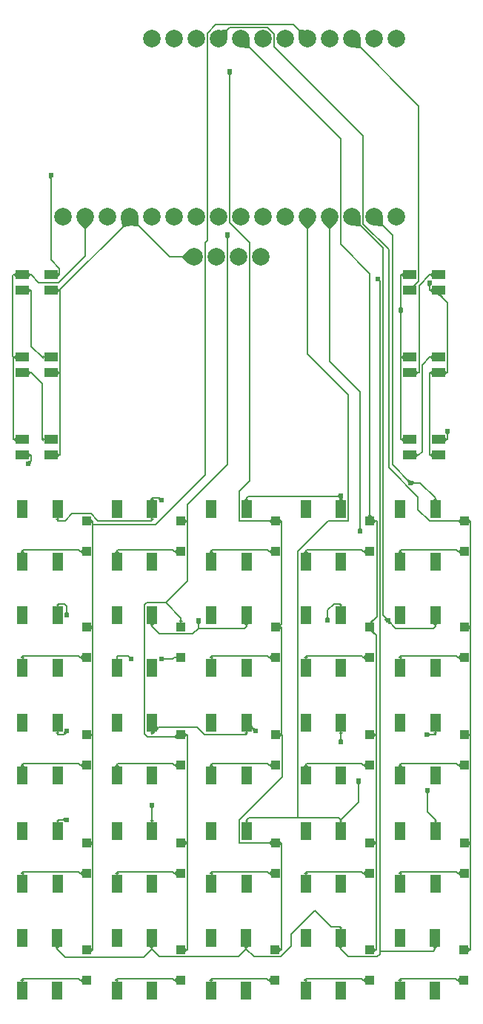
<source format=gtl>
G04 Layer: TopLayer*
G04 EasyEDA v6.5.22, 2022-12-01 20:45:53*
G04 b50117659dfb47be9d47098780dced8c,a2731e2ff01b41edbee4f831c5fec297,10*
G04 Gerber Generator version 0.2*
G04 Scale: 100 percent, Rotated: No, Reflected: No *
G04 Dimensions in millimeters *
G04 leading zeros omitted , absolute positions ,4 integer and 5 decimal *
%FSLAX45Y45*%
%MOMM*%

%ADD10C,0.1778*%
%ADD11R,1.0000X1.1000*%
%ADD12R,1.5450X0.9970*%
%ADD13R,1.2000X2.1000*%
%ADD14C,2.0000*%
%ADD15C,0.6096*%
%ADD16C,0.0142*%

%LPD*%
G36*
X5384596Y1195324D02*
G01*
X5397957Y1171143D01*
X5415737Y1171143D01*
X5429046Y1195324D01*
G37*
G36*
X4997958Y829462D02*
G01*
X4984597Y805281D01*
X5029047Y805281D01*
X5015738Y829462D01*
G37*
G36*
X4305096Y1195324D02*
G01*
X4318457Y1171143D01*
X4336237Y1171143D01*
X4349546Y1195324D01*
G37*
G36*
X4318457Y1429461D02*
G01*
X4305096Y1405280D01*
X4349546Y1405280D01*
X4336237Y1429461D01*
G37*
G36*
X3918458Y829462D02*
G01*
X3905097Y805281D01*
X3949547Y805281D01*
X3936237Y829462D01*
G37*
G36*
X3225596Y1195324D02*
G01*
X3238957Y1171143D01*
X3256737Y1171143D01*
X3270046Y1195324D01*
G37*
G36*
X2838958Y829462D02*
G01*
X2825597Y805281D01*
X2870047Y805281D01*
X2856738Y829462D01*
G37*
G36*
X2146096Y1195324D02*
G01*
X2159457Y1171143D01*
X2177237Y1171143D01*
X2190546Y1195324D01*
G37*
G36*
X1759407Y829462D02*
G01*
X1746097Y805281D01*
X1790547Y805281D01*
X1777187Y829462D01*
G37*
G36*
X1066596Y1195324D02*
G01*
X1079906Y1171143D01*
X1097686Y1171143D01*
X1111046Y1195324D01*
G37*
G36*
X679907Y829462D02*
G01*
X666597Y805281D01*
X711047Y805281D01*
X697687Y829462D01*
G37*
G36*
X5401919Y2649118D02*
G01*
X5388559Y2624937D01*
X5433009Y2624937D01*
X5419699Y2649118D01*
G37*
G36*
X5001920Y2049119D02*
G01*
X4988560Y2024938D01*
X5033010Y2024938D01*
X5019700Y2049119D01*
G37*
G36*
X4322419Y2649118D02*
G01*
X4309059Y2624937D01*
X4353509Y2624937D01*
X4340199Y2649118D01*
G37*
G36*
X3922420Y2049119D02*
G01*
X3909060Y2024938D01*
X3953510Y2024938D01*
X3940200Y2049119D01*
G37*
G36*
X3242919Y2649118D02*
G01*
X3229559Y2624937D01*
X3274009Y2624937D01*
X3260699Y2649118D01*
G37*
G36*
X2842920Y2049119D02*
G01*
X2829560Y2024938D01*
X2874010Y2024938D01*
X2860700Y2049119D01*
G37*
G36*
X2163419Y2651607D02*
G01*
X2150059Y2624937D01*
X2194509Y2624937D01*
X2181199Y2651607D01*
G37*
G36*
X1763420Y2049119D02*
G01*
X1750060Y2024938D01*
X1794510Y2024938D01*
X1781200Y2049119D01*
G37*
G36*
X1083919Y2649118D02*
G01*
X1070559Y2624937D01*
X1115009Y2624937D01*
X1101699Y2649118D01*
G37*
G36*
X683920Y2049119D02*
G01*
X670560Y2024938D01*
X715010Y2024938D01*
X701700Y2049119D01*
G37*
G36*
X5388559Y3646881D02*
G01*
X5401919Y3622700D01*
X5419699Y3622700D01*
X5433009Y3646881D01*
G37*
G36*
X5001920Y3281019D02*
G01*
X4988560Y3256838D01*
X5033010Y3256838D01*
X5019700Y3281019D01*
G37*
G36*
X4309059Y3646881D02*
G01*
X4322419Y3620211D01*
X4340199Y3620211D01*
X4353509Y3646881D01*
G37*
G36*
X3922420Y3281019D02*
G01*
X3909060Y3256838D01*
X3953510Y3256838D01*
X3940200Y3281019D01*
G37*
G36*
X3311804Y3726434D02*
G01*
X3311804Y3681984D01*
X3338474Y3664965D01*
X3338474Y3690112D01*
G37*
G36*
X3229559Y3646881D02*
G01*
X3242919Y3630929D01*
X3260699Y3630929D01*
X3274009Y3646881D01*
G37*
G36*
X2842920Y3281019D02*
G01*
X2829560Y3256838D01*
X2874010Y3256838D01*
X2860700Y3281019D01*
G37*
G36*
X2166010Y3646881D02*
G01*
X2166010Y3637229D01*
X2184857Y3630929D01*
X2210460Y3646881D01*
G37*
G36*
X2232304Y3713175D02*
G01*
X2232304Y3668725D01*
X2244801Y3690874D01*
X2238552Y3709720D01*
G37*
G36*
X2150059Y3646881D02*
G01*
X2163419Y3630929D01*
X2181199Y3630929D01*
X2194509Y3646881D01*
G37*
G36*
X1763420Y3281019D02*
G01*
X1750060Y3256838D01*
X1794510Y3256838D01*
X1781200Y3281019D01*
G37*
G36*
X1070559Y3646881D02*
G01*
X1083919Y3622700D01*
X1101699Y3622700D01*
X1115009Y3646881D01*
G37*
G36*
X683920Y3281019D02*
G01*
X670560Y3256838D01*
X715010Y3256838D01*
X701700Y3281019D01*
G37*
G36*
X5401919Y6319418D02*
G01*
X5388559Y6295237D01*
X5433009Y6295237D01*
X5419699Y6319418D01*
G37*
G36*
X5001920Y5719419D02*
G01*
X4988560Y5695238D01*
X5033010Y5695238D01*
X5019700Y5719419D01*
G37*
G36*
X4322419Y6319418D02*
G01*
X4309059Y6295237D01*
X4353509Y6295237D01*
X4340199Y6319418D01*
G37*
G36*
X3922420Y5719419D02*
G01*
X3909060Y5695238D01*
X3953510Y5695238D01*
X3940200Y5719419D01*
G37*
G36*
X3242919Y6319418D02*
G01*
X3229559Y6295237D01*
X3274009Y6295237D01*
X3260699Y6319418D01*
G37*
G36*
X2842920Y5719419D02*
G01*
X2829560Y5695238D01*
X2874010Y5695238D01*
X2860700Y5719419D01*
G37*
G36*
X2163419Y6319418D02*
G01*
X2150059Y6295237D01*
X2194509Y6295237D01*
X2181199Y6319418D01*
G37*
G36*
X2150059Y6085281D02*
G01*
X2163419Y6069330D01*
X2181199Y6069330D01*
X2194509Y6085281D01*
G37*
G36*
X1763420Y5719419D02*
G01*
X1750060Y5695238D01*
X1794510Y5695238D01*
X1781200Y5719419D01*
G37*
G36*
X1070559Y6085281D02*
G01*
X1083919Y6061100D01*
X1101699Y6061100D01*
X1115009Y6085281D01*
G37*
G36*
X683920Y5719419D02*
G01*
X670560Y5695238D01*
X715010Y5695238D01*
X701700Y5719419D01*
G37*
G36*
X1083919Y5112918D02*
G01*
X1070559Y5088737D01*
X1115009Y5088737D01*
X1101699Y5112918D01*
G37*
G36*
X683920Y4512919D02*
G01*
X670560Y4488738D01*
X715010Y4488738D01*
X701700Y4512919D01*
G37*
G36*
X2150059Y4878781D02*
G01*
X2163419Y4854600D01*
X2181199Y4854600D01*
X2194509Y4878781D01*
G37*
G36*
X3229559Y4878781D02*
G01*
X3242919Y4854600D01*
X3260699Y4854600D01*
X3274009Y4878781D01*
G37*
G36*
X2842920Y4512919D02*
G01*
X2829560Y4488738D01*
X2874010Y4488738D01*
X2860700Y4512919D01*
G37*
G36*
X4322419Y5112918D02*
G01*
X4309059Y5088737D01*
X4353509Y5088737D01*
X4340199Y5112918D01*
G37*
G36*
X3922420Y4512919D02*
G01*
X3909060Y4488738D01*
X3953510Y4488738D01*
X3940200Y4512919D01*
G37*
G36*
X5388559Y4878781D02*
G01*
X5401919Y4854600D01*
X5419699Y4854600D01*
X5433009Y4878781D01*
G37*
G36*
X5001920Y4512919D02*
G01*
X4988560Y4488738D01*
X5033010Y4488738D01*
X5019700Y4512919D01*
G37*
G36*
X1091895Y8886901D02*
G01*
X1091895Y8842451D01*
X1116025Y8855811D01*
X1116025Y8873591D01*
G37*
G36*
X1091895Y8708948D02*
G01*
X1091895Y8664498D01*
X1116025Y8677808D01*
X1116025Y8695588D01*
G37*
G36*
X764387Y8708948D02*
G01*
X764387Y8664498D01*
X788517Y8677808D01*
X788517Y8695588D01*
G37*
G36*
X609904Y8886901D02*
G01*
X585774Y8873591D01*
X585774Y8855811D01*
X609904Y8842451D01*
G37*
G36*
X764387Y8886901D02*
G01*
X764387Y8842451D01*
X788517Y8855811D01*
X788517Y8873591D01*
G37*
G36*
X5369712Y8886901D02*
G01*
X5345582Y8873591D01*
X5345582Y8855811D01*
X5369712Y8842451D01*
G37*
G36*
X5432094Y8636863D02*
G01*
X5468416Y8610193D01*
X5493562Y8610193D01*
X5476544Y8636863D01*
G37*
G36*
X5369712Y8708948D02*
G01*
X5345582Y8695588D01*
X5345582Y8677808D01*
X5369712Y8664498D01*
G37*
G36*
X5042204Y8886901D02*
G01*
X5018074Y8873591D01*
X5018074Y8855811D01*
X5042204Y8842451D01*
G37*
G36*
X5369712Y7947101D02*
G01*
X5345582Y7933791D01*
X5345582Y7916011D01*
X5369712Y7902651D01*
G37*
G36*
X5524195Y7769148D02*
G01*
X5524195Y7724698D01*
X5548325Y7738008D01*
X5548325Y7755788D01*
G37*
G36*
X5369712Y7769148D02*
G01*
X5345582Y7755788D01*
X5345582Y7738008D01*
X5369712Y7724698D01*
G37*
G36*
X5196687Y7769148D02*
G01*
X5196687Y7724698D01*
X5220817Y7738008D01*
X5220817Y7755788D01*
G37*
G36*
X5042204Y7947101D02*
G01*
X5018074Y7933791D01*
X5018074Y7916011D01*
X5042204Y7902651D01*
G37*
G36*
X5524195Y7007301D02*
G01*
X5524195Y6962851D01*
X5548325Y6976211D01*
X5548325Y6993991D01*
G37*
G36*
X5369712Y6829348D02*
G01*
X5345582Y6815988D01*
X5345582Y6798208D01*
X5369712Y6784898D01*
G37*
G36*
X5196687Y6829348D02*
G01*
X5196687Y6784898D01*
X5220817Y6798208D01*
X5220817Y6815988D01*
G37*
G36*
X5042204Y7007301D02*
G01*
X5018074Y6993991D01*
X5018074Y6976211D01*
X5042204Y6962851D01*
G37*
G36*
X937412Y7007301D02*
G01*
X913282Y6993991D01*
X913282Y6976211D01*
X937412Y6962851D01*
G37*
G36*
X1091895Y6829348D02*
G01*
X1091895Y6784898D01*
X1116025Y6798208D01*
X1116025Y6815988D01*
G37*
G36*
X764387Y6829348D02*
G01*
X764387Y6784898D01*
X788517Y6798208D01*
X788517Y6815988D01*
G37*
G36*
X609904Y7007301D02*
G01*
X585774Y6993991D01*
X585774Y6976211D01*
X609904Y6962851D01*
G37*
G36*
X937412Y7947101D02*
G01*
X913282Y7933791D01*
X913282Y7916011D01*
X937412Y7902651D01*
G37*
G36*
X1091895Y7769148D02*
G01*
X1091895Y7724698D01*
X1116025Y7738008D01*
X1116025Y7755788D01*
G37*
G36*
X764387Y7769148D02*
G01*
X764387Y7724698D01*
X788517Y7738008D01*
X788517Y7755788D01*
G37*
G36*
X609904Y7947101D02*
G01*
X585774Y7933791D01*
X585774Y7916011D01*
X609904Y7902651D01*
G37*
G36*
X1472387Y6075832D02*
G01*
X1472387Y6031382D01*
X1496568Y6044692D01*
X1496568Y6062472D01*
G37*
G36*
X1372412Y5728817D02*
G01*
X1348282Y5715457D01*
X1348282Y5697677D01*
X1372412Y5684367D01*
G37*
G36*
X4710887Y3637432D02*
G01*
X4710887Y3592982D01*
X4735068Y3606292D01*
X4735068Y3624072D01*
G37*
G36*
X4610912Y3290417D02*
G01*
X4586782Y3277057D01*
X4586782Y3259277D01*
X4610912Y3245967D01*
G37*
G36*
X3631387Y3637432D02*
G01*
X3631387Y3592982D01*
X3655568Y3606292D01*
X3655568Y3624072D01*
G37*
G36*
X3531412Y3290417D02*
G01*
X3507282Y3277057D01*
X3507282Y3259277D01*
X3531412Y3245967D01*
G37*
G36*
X2451912Y3618687D02*
G01*
X2425242Y3605377D01*
X2425242Y3587597D01*
X2451912Y3574237D01*
G37*
G36*
X2551887Y3637432D02*
G01*
X2551887Y3592982D01*
X2576068Y3606292D01*
X2576068Y3624072D01*
G37*
G36*
X2451912Y3290417D02*
G01*
X2427782Y3277057D01*
X2427782Y3259277D01*
X2451912Y3245967D01*
G37*
G36*
X1472387Y3637432D02*
G01*
X1472387Y3592982D01*
X1488338Y3606292D01*
X1488338Y3624072D01*
G37*
G36*
X1372412Y3290417D02*
G01*
X1348282Y3277057D01*
X1348282Y3259277D01*
X1372412Y3245967D01*
G37*
G36*
X5790387Y4869332D02*
G01*
X5790387Y4824882D01*
X5814568Y4838192D01*
X5814568Y4855972D01*
G37*
G36*
X5690412Y4522317D02*
G01*
X5666282Y4508957D01*
X5666282Y4491177D01*
X5690412Y4477867D01*
G37*
G36*
X4675124Y4792116D02*
G01*
X4711446Y4765446D01*
X4736592Y4765446D01*
X4710887Y4792116D01*
G37*
G36*
X4692954Y4928768D02*
G01*
X4656632Y4902098D01*
X4701082Y4902098D01*
X4718100Y4928768D01*
G37*
G36*
X4610912Y4522317D02*
G01*
X4586782Y4508957D01*
X4586782Y4491177D01*
X4610912Y4477867D01*
G37*
G36*
X3649421Y4890566D02*
G01*
X3631387Y4882235D01*
X3631387Y4837785D01*
X3655669Y4871720D01*
G37*
G36*
X3631387Y4869332D02*
G01*
X3631387Y4824882D01*
X3655568Y4838192D01*
X3655568Y4855972D01*
G37*
G36*
X3531412Y4522317D02*
G01*
X3507282Y4508957D01*
X3507282Y4491177D01*
X3531412Y4477867D01*
G37*
G36*
X2493010Y4928768D02*
G01*
X2479700Y4902098D01*
X2524150Y4902098D01*
X2510790Y4928768D01*
G37*
G36*
X1472387Y4869332D02*
G01*
X1472387Y4824882D01*
X1496568Y4838192D01*
X1496568Y4855972D01*
G37*
G36*
X1372412Y4522317D02*
G01*
X1348282Y4508957D01*
X1348282Y4491177D01*
X1372412Y4477867D01*
G37*
G36*
X5690412Y6075832D02*
G01*
X5663742Y6062472D01*
X5663742Y6044692D01*
X5690412Y6031382D01*
G37*
G36*
X5790387Y6075832D02*
G01*
X5790387Y6031382D01*
X5814568Y6044692D01*
X5814568Y6062472D01*
G37*
G36*
X5690412Y5728817D02*
G01*
X5666282Y5715457D01*
X5666282Y5697677D01*
X5690412Y5684367D01*
G37*
G36*
X4652010Y6135268D02*
G01*
X4638700Y6108598D01*
X4683150Y6108598D01*
X4669790Y6135268D01*
G37*
G36*
X4710887Y6075832D02*
G01*
X4710887Y6031382D01*
X4735068Y6044692D01*
X4735068Y6062472D01*
G37*
G36*
X4610912Y5728817D02*
G01*
X4586782Y5715457D01*
X4586782Y5697677D01*
X4610912Y5684367D01*
G37*
G36*
X3531412Y6075832D02*
G01*
X3504742Y6062472D01*
X3504742Y6044692D01*
X3531412Y6031382D01*
G37*
G36*
X3631387Y6075832D02*
G01*
X3631387Y6031382D01*
X3655568Y6044692D01*
X3655568Y6062472D01*
G37*
G36*
X3531412Y5728817D02*
G01*
X3507282Y5715457D01*
X3507282Y5697677D01*
X3531412Y5684367D01*
G37*
G36*
X2551887Y6075832D02*
G01*
X2551887Y6031382D01*
X2576068Y6044692D01*
X2576068Y6062472D01*
G37*
G36*
X2451912Y5728817D02*
G01*
X2427782Y5715457D01*
X2427782Y5697677D01*
X2451912Y5684367D01*
G37*
G36*
X5790387Y3637432D02*
G01*
X5790387Y3592982D01*
X5806389Y3606292D01*
X5806389Y3624072D01*
G37*
G36*
X5690412Y3290417D02*
G01*
X5666282Y3277057D01*
X5666282Y3259277D01*
X5690412Y3245967D01*
G37*
G36*
X5786424Y1185875D02*
G01*
X5786424Y1141425D01*
X5810605Y1154734D01*
X5810605Y1172514D01*
G37*
G36*
X5686399Y838860D02*
G01*
X5662269Y825500D01*
X5662269Y807720D01*
X5686399Y794410D01*
G37*
G36*
X4706924Y1185875D02*
G01*
X4706924Y1141425D01*
X4731105Y1154734D01*
X4731105Y1172514D01*
G37*
G36*
X4606899Y838860D02*
G01*
X4582769Y825500D01*
X4582769Y807720D01*
X4606899Y794410D01*
G37*
G36*
X3627424Y1185875D02*
G01*
X3627424Y1141425D01*
X3651605Y1154734D01*
X3651605Y1172514D01*
G37*
G36*
X3527399Y838860D02*
G01*
X3503269Y825500D01*
X3503269Y807720D01*
X3527399Y794410D01*
G37*
G36*
X2547924Y1185875D02*
G01*
X2547924Y1141425D01*
X2572105Y1154734D01*
X2572105Y1172514D01*
G37*
G36*
X2447899Y838860D02*
G01*
X2423769Y825500D01*
X2423769Y807720D01*
X2447899Y794410D01*
G37*
G36*
X1471777Y1184046D02*
G01*
X1471777Y1139596D01*
X1495958Y1152906D01*
X1495958Y1170686D01*
G37*
G36*
X1371803Y837082D02*
G01*
X1347622Y823721D01*
X1347622Y805942D01*
X1371803Y792632D01*
G37*
G36*
X5790387Y2405532D02*
G01*
X5790387Y2361082D01*
X5814568Y2374392D01*
X5814568Y2392172D01*
G37*
G36*
X5690412Y2058517D02*
G01*
X5666282Y2045157D01*
X5666282Y2027377D01*
X5690412Y2014067D01*
G37*
G36*
X4710887Y2405532D02*
G01*
X4710887Y2361082D01*
X4735068Y2374392D01*
X4735068Y2392172D01*
G37*
G36*
X4610912Y2058517D02*
G01*
X4586782Y2045157D01*
X4586782Y2027377D01*
X4610912Y2014067D01*
G37*
G36*
X3531412Y2405532D02*
G01*
X3504742Y2392172D01*
X3504742Y2374392D01*
X3531412Y2361082D01*
G37*
G36*
X3631387Y2405532D02*
G01*
X3631387Y2361082D01*
X3655568Y2374392D01*
X3655568Y2392172D01*
G37*
G36*
X3531412Y2058517D02*
G01*
X3507282Y2045157D01*
X3507282Y2027377D01*
X3531412Y2014067D01*
G37*
G36*
X2551887Y2405532D02*
G01*
X2551887Y2361082D01*
X2576068Y2374392D01*
X2576068Y2392172D01*
G37*
G36*
X2451912Y2058517D02*
G01*
X2427782Y2045157D01*
X2427782Y2027377D01*
X2451912Y2014067D01*
G37*
G36*
X1472387Y2405532D02*
G01*
X1472387Y2361082D01*
X1496568Y2374392D01*
X1496568Y2392172D01*
G37*
G36*
X1372412Y2058517D02*
G01*
X1348282Y2045157D01*
X1348282Y2027377D01*
X1372412Y2014067D01*
G37*
G36*
X5525465Y7060793D02*
G01*
X5539435Y7039457D01*
X5557215Y7039457D01*
X5571185Y7060793D01*
G37*
G36*
X779221Y6745782D02*
G01*
X754278Y6740601D01*
X786587Y6708241D01*
X791819Y6733235D01*
G37*
G36*
X4783074Y8822080D02*
G01*
X4750765Y8789720D01*
X4769510Y8790736D01*
X4782058Y8803335D01*
G37*
G36*
X5299913Y2966516D02*
G01*
X5313883Y2945180D01*
X5331663Y2945180D01*
X5345633Y2966516D01*
G37*
G36*
X4509668Y3072333D02*
G01*
X4523638Y3050997D01*
X4541418Y3050997D01*
X4555388Y3072333D01*
G37*
G36*
X2149449Y2796743D02*
G01*
X2163419Y2775407D01*
X2181199Y2775407D01*
X2195169Y2796743D01*
G37*
G36*
X1173429Y2671978D02*
G01*
X1152093Y2658008D01*
X1152093Y2640228D01*
X1173429Y2626258D01*
G37*
G36*
X5330037Y3645560D02*
G01*
X5330037Y3599840D01*
X5351373Y3613810D01*
X5351373Y3631590D01*
G37*
G36*
X4322419Y3572764D02*
G01*
X4308449Y3551428D01*
X4354169Y3551428D01*
X4340199Y3572764D01*
G37*
G36*
X3335680Y3692906D02*
G01*
X3323132Y3680358D01*
X3328314Y3655364D01*
X3360674Y3687724D01*
G37*
G36*
X1168400Y3659225D02*
G01*
X1163167Y3634232D01*
X1175766Y3621684D01*
X1200708Y3626865D01*
G37*
G36*
X4541062Y5977788D02*
G01*
X4527092Y5956452D01*
X4572812Y5956452D01*
X4558842Y5977788D01*
G37*
G36*
X4169968Y4961483D02*
G01*
X4155998Y4940147D01*
X4201718Y4940147D01*
X4187748Y4961483D01*
G37*
G36*
X4844694Y4955590D02*
G01*
X4832146Y4943043D01*
X4837328Y4918049D01*
X4869688Y4950409D01*
G37*
G36*
X4898186Y4921910D02*
G01*
X4865827Y4889550D01*
X4890820Y4884369D01*
X4903368Y4896916D01*
G37*
G36*
X1189939Y5025237D02*
G01*
X1175969Y5003901D01*
X1221689Y5003901D01*
X1207719Y5025237D01*
G37*
G36*
X2682036Y4899812D02*
G01*
X2696006Y4878476D01*
X2713786Y4878476D01*
X2727756Y4899812D01*
G37*
G36*
X5146903Y6516116D02*
G01*
X5146903Y6470396D01*
X5168239Y6484366D01*
X5168239Y6502146D01*
G37*
G36*
X5103672Y6528866D02*
G01*
X5091125Y6516319D01*
X5096306Y6491325D01*
X5128615Y6523685D01*
G37*
G36*
X4308246Y6361023D02*
G01*
X4288993Y6344361D01*
X4291431Y6326581D01*
X4314444Y6315760D01*
G37*
G36*
X4308449Y6320993D02*
G01*
X4322419Y6299657D01*
X4340199Y6299657D01*
X4354169Y6320993D01*
G37*
G36*
X2258060Y6325717D02*
G01*
X2245512Y6313119D01*
X2247849Y6291021D01*
X2280158Y6323380D01*
G37*
G36*
X3037840Y11164316D02*
G01*
X3051810Y11142980D01*
X3069590Y11142980D01*
X3083560Y11164316D01*
G37*
G36*
X3012440Y9302191D02*
G01*
X3026410Y9280855D01*
X3044190Y9280855D01*
X3058160Y9302191D01*
G37*
G36*
X991819Y9983012D02*
G01*
X1005789Y9961676D01*
X1023569Y9961676D01*
X1037539Y9983012D01*
G37*
G36*
X5009032Y8503920D02*
G01*
X4995062Y8482584D01*
X5040782Y8482584D01*
X5026812Y8503920D01*
G37*
G36*
X4995062Y8442299D02*
G01*
X5009032Y8420963D01*
X5026812Y8420963D01*
X5040782Y8442299D01*
G37*
G36*
X5366461Y8757056D02*
G01*
X5320893Y8753043D01*
X5336692Y8732977D01*
X5354472Y8734552D01*
G37*
G36*
X1334719Y9458858D02*
G01*
X1400810Y9388856D01*
X1418590Y9388856D01*
X1484680Y9458858D01*
G37*
G36*
X1818538Y9512147D02*
G01*
X1834032Y9417253D01*
X1849018Y9407093D01*
X1942846Y9428226D01*
G37*
G36*
X2017522Y9531248D02*
G01*
X1911451Y9425178D01*
X2007666Y9422434D01*
X2020265Y9435033D01*
G37*
G36*
X3874719Y9458858D02*
G01*
X3940810Y9388856D01*
X3958590Y9388856D01*
X4024680Y9458858D01*
G37*
G36*
X4128719Y9458858D02*
G01*
X4194810Y9388856D01*
X4212590Y9388856D01*
X4278680Y9458858D01*
G37*
G36*
X4557522Y9531248D02*
G01*
X4451451Y9425178D01*
X4547666Y9422434D01*
X4560265Y9435033D01*
G37*
G36*
X4811522Y9531248D02*
G01*
X4705451Y9425178D01*
X4801666Y9422434D01*
X4814265Y9435033D01*
G37*
G36*
X3023666Y11659565D02*
G01*
X2927451Y11656822D01*
X3033522Y11550751D01*
X3036265Y11646966D01*
G37*
G36*
X3287522Y11563248D02*
G01*
X3181451Y11457178D01*
X3277666Y11454434D01*
X3290265Y11467033D01*
G37*
G36*
X3859733Y11659565D02*
G01*
X3847134Y11646966D01*
X3849878Y11550751D01*
X3955948Y11656822D01*
G37*
G36*
X4557522Y11563248D02*
G01*
X4451451Y11457178D01*
X4547666Y11454434D01*
X4560265Y11467033D01*
G37*
G36*
X2588158Y9142780D02*
G01*
X2518156Y9076690D01*
X2518156Y9058910D01*
X2588158Y8992819D01*
G37*
D10*
X5447029Y7747000D02*
G01*
X5548375Y7747000D01*
X687070Y6985000D02*
G01*
X585723Y6985000D01*
X4457700Y11557000D02*
G01*
X5220970Y10793729D01*
X5220970Y8788145D01*
X5119370Y8686800D01*
X1116050Y8864701D02*
G01*
X1116050Y8933510D01*
X1014653Y9034906D01*
X1014653Y10003154D01*
X1496695Y6017945D02*
G01*
X1496695Y4847209D01*
X1496568Y4847081D01*
X3035325Y9322333D02*
G01*
X3035325Y6701764D01*
X2576068Y6242507D01*
X2576068Y6053581D01*
X3060700Y11184381D02*
G01*
X3060700Y9457944D01*
X3289300Y9229344D01*
X3289300Y6516115D01*
X3167634Y6394195D01*
X3167634Y6060947D01*
X3175000Y6053581D01*
X3581400Y6053581D01*
X4660900Y6053581D02*
G01*
X4660900Y8879839D01*
X4327906Y9212834D01*
X4327906Y10416794D01*
X3187700Y11557000D01*
X2933700Y11557000D02*
G01*
X3060191Y11683492D01*
X3493261Y11683492D01*
X3568700Y11608054D01*
X3568700Y11468608D01*
X4584700Y10452608D01*
X4584700Y9444989D01*
X4877308Y9152381D01*
X4877308Y6665468D01*
X5210809Y6331712D01*
X5210809Y6187947D01*
X5345175Y6053581D01*
X5740400Y6053581D01*
X2278252Y6292951D02*
G01*
X2251786Y6319418D01*
X2172309Y6319418D01*
X2704871Y4832908D02*
G01*
X2704871Y4919979D01*
X4549952Y5936284D02*
G01*
X4549952Y7528001D01*
X4203700Y7874254D01*
X4203700Y9525000D01*
X3835654Y2673400D02*
G01*
X3276091Y2673400D01*
X3251809Y2649118D01*
X4775784Y1149451D02*
G01*
X4775784Y8797036D01*
X4752670Y8820150D01*
X5548350Y6985101D02*
G01*
X5548350Y7080935D01*
X687070Y7747000D02*
G01*
X788415Y7747000D01*
X5345556Y8864701D02*
G01*
X5223306Y8742451D01*
X5223306Y7749362D01*
X5220843Y7746898D01*
X5447029Y7924800D02*
G01*
X5345684Y7924800D01*
X1014729Y7924800D02*
G01*
X913384Y7924800D01*
X5736336Y816610D02*
G01*
X5662168Y816610D01*
X4656836Y816610D02*
G01*
X4582668Y816610D01*
X3577336Y816610D02*
G01*
X3503168Y816610D01*
X2497836Y816610D02*
G01*
X2423668Y816610D01*
X1421892Y814831D02*
G01*
X1347723Y814831D01*
X5740400Y2036318D02*
G01*
X5666231Y2036318D01*
X4660900Y2036318D02*
G01*
X4586731Y2036318D01*
X3581400Y2036318D02*
G01*
X3507231Y2036318D01*
X2501900Y2036318D02*
G01*
X2427731Y2036318D01*
X1422400Y2036318D02*
G01*
X1348231Y2036318D01*
X5740400Y3268218D02*
G01*
X5666231Y3268218D01*
X4660900Y3268218D02*
G01*
X4586731Y3268218D01*
X3581400Y3268218D02*
G01*
X3507231Y3268218D01*
X2501900Y3268218D02*
G01*
X2427731Y3268218D01*
X1422400Y3268218D02*
G01*
X1348231Y3268218D01*
X5740400Y5706618D02*
G01*
X5666231Y5706618D01*
X4660900Y5706618D02*
G01*
X4586731Y5706618D01*
X3581400Y5706618D02*
G01*
X3507231Y5706618D01*
X2501900Y5706618D02*
G01*
X2427731Y5706618D01*
X1422400Y4500118D02*
G01*
X1348231Y4500118D01*
X3581400Y4500118D02*
G01*
X3507231Y4500118D01*
X3931411Y4383786D02*
G01*
X3931411Y4512818D01*
X5740400Y4500118D02*
G01*
X5666231Y4500118D01*
X1422400Y5706618D02*
G01*
X1348231Y5706618D01*
X692810Y5719419D02*
G01*
X698169Y5724779D01*
X1330070Y5724779D01*
X1348257Y5706592D01*
X692912Y5590286D02*
G01*
X692912Y5719318D01*
X5010810Y4512919D02*
G01*
X5016169Y4518279D01*
X5648070Y4518279D01*
X5666257Y4500092D01*
X5010911Y4383786D02*
G01*
X5010911Y4512818D01*
X4586757Y4500092D02*
G01*
X4573803Y4513046D01*
X3931437Y4513046D01*
X3931310Y4512919D01*
X4660900Y4500118D02*
G01*
X4586731Y4500118D01*
X2851810Y4512919D02*
G01*
X2857169Y4518279D01*
X3489070Y4518279D01*
X3507257Y4500092D01*
X2851911Y4383786D02*
G01*
X2851911Y4512818D01*
X692810Y4512919D02*
G01*
X698169Y4518279D01*
X1330070Y4518279D01*
X1348257Y4500092D01*
X692912Y4383786D02*
G01*
X692912Y4512818D01*
X1772310Y5719419D02*
G01*
X1777669Y5724779D01*
X2409570Y5724779D01*
X2427757Y5706592D01*
X1772412Y5590286D02*
G01*
X1772412Y5719318D01*
X2851810Y5719419D02*
G01*
X2857169Y5724779D01*
X3489070Y5724779D01*
X3507257Y5706592D01*
X2851911Y5590286D02*
G01*
X2851911Y5719318D01*
X3931310Y5719419D02*
G01*
X3940886Y5728995D01*
X4564354Y5728995D01*
X4586757Y5706592D01*
X3931411Y5590286D02*
G01*
X3931411Y5719318D01*
X5010810Y5719419D02*
G01*
X5016169Y5724779D01*
X5648070Y5724779D01*
X5666257Y5706592D01*
X5010911Y5590286D02*
G01*
X5010911Y5719318D01*
X692810Y3281019D02*
G01*
X698169Y3286379D01*
X1330070Y3286379D01*
X1348257Y3268192D01*
X692912Y3151886D02*
G01*
X692912Y3280918D01*
X1772310Y3281019D02*
G01*
X1777669Y3286379D01*
X2409570Y3286379D01*
X2427757Y3268192D01*
X1772412Y3151886D02*
G01*
X1772412Y3280918D01*
X2851810Y3281019D02*
G01*
X2857169Y3286379D01*
X3489070Y3286379D01*
X3507257Y3268192D01*
X2851911Y3151886D02*
G01*
X2851911Y3280918D01*
X3931310Y3281019D02*
G01*
X3936669Y3286379D01*
X4568570Y3286379D01*
X4586757Y3268192D01*
X3931411Y3151886D02*
G01*
X3931411Y3280918D01*
X5010810Y3281019D02*
G01*
X5016169Y3286379D01*
X5648070Y3286379D01*
X5666257Y3268192D01*
X5010911Y3151886D02*
G01*
X5010911Y3280918D01*
X692810Y2049119D02*
G01*
X698169Y2054479D01*
X1330070Y2054479D01*
X1348257Y2036292D01*
X692912Y1919986D02*
G01*
X692912Y2049018D01*
X1772310Y2049119D02*
G01*
X1777669Y2054479D01*
X2409570Y2054479D01*
X2427757Y2036292D01*
X1772412Y1919986D02*
G01*
X1772412Y2049018D01*
X2851810Y2049119D02*
G01*
X2857169Y2054479D01*
X3489070Y2054479D01*
X3507257Y2036292D01*
X2851911Y1919986D02*
G01*
X2851911Y2049018D01*
X3931310Y2049119D02*
G01*
X3936669Y2054479D01*
X4568570Y2054479D01*
X4586757Y2036292D01*
X3931411Y1919986D02*
G01*
X3931411Y2049018D01*
X5010810Y2049119D02*
G01*
X5016169Y2054479D01*
X5648070Y2054479D01*
X5666257Y2036292D01*
X5010911Y1919986D02*
G01*
X5010911Y2049018D01*
X688822Y829462D02*
G01*
X693293Y833932D01*
X1328546Y833932D01*
X1347647Y814831D01*
X688847Y700278D02*
G01*
X688847Y829563D01*
X1768322Y829462D02*
G01*
X1773681Y834821D01*
X2405583Y834821D01*
X2423769Y816635D01*
X1768347Y700278D02*
G01*
X1768347Y829563D01*
X2847822Y829462D02*
G01*
X2853181Y834821D01*
X3485083Y834821D01*
X3503269Y816635D01*
X2847847Y700278D02*
G01*
X2847847Y829563D01*
X3927322Y829462D02*
G01*
X3932681Y834821D01*
X4564583Y834821D01*
X4582769Y816635D01*
X3927347Y700278D02*
G01*
X3927347Y829563D01*
X5006822Y829462D02*
G01*
X5012181Y834821D01*
X5644083Y834821D01*
X5662269Y816635D01*
X5006847Y700278D02*
G01*
X5006847Y829563D01*
X788543Y8686698D02*
G01*
X788543Y8049615D01*
X913256Y7924901D01*
X687070Y8686800D02*
G01*
X788415Y8686800D01*
X5220843Y6807098D02*
G01*
X5256479Y6842734D01*
X5256479Y7835823D01*
X5345556Y7924901D01*
X5119370Y6807200D02*
G01*
X5220715Y6807200D01*
X5447029Y8864600D02*
G01*
X5345684Y8864600D01*
X5119370Y7747000D02*
G01*
X5220715Y7747000D01*
X913256Y6985101D02*
G01*
X913256Y7622184D01*
X788543Y7746898D01*
X1014729Y6985000D02*
G01*
X913384Y6985000D01*
X687070Y6807200D02*
G01*
X788415Y6807200D01*
X756183Y6710171D02*
G01*
X788543Y6742531D01*
X788543Y6807098D01*
X5447029Y6985000D02*
G01*
X5548375Y6985000D01*
X4327397Y1300226D02*
G01*
X4327397Y1429512D01*
X5406897Y1300226D02*
G01*
X5406897Y1171194D01*
X4327397Y1300226D02*
G01*
X4327397Y1171194D01*
X3247897Y1300226D02*
G01*
X3247897Y1171194D01*
X4327321Y1429461D02*
G01*
X4220667Y1429461D01*
X4033977Y1616151D01*
X3759047Y1341221D01*
X3759047Y1204010D01*
X3639388Y1084351D01*
X3334613Y1084351D01*
X3247821Y1171143D01*
X2168397Y1300226D02*
G01*
X2168397Y1171194D01*
X1088897Y1300226D02*
G01*
X1088897Y1171194D01*
X2168321Y1171143D02*
G01*
X2079726Y1082547D01*
X1177417Y1082547D01*
X1088821Y1171143D01*
X3247821Y1171143D02*
G01*
X3161029Y1084351D01*
X2255113Y1084351D01*
X2168321Y1171143D01*
X4327321Y1171143D02*
G01*
X4414113Y1084351D01*
X4745532Y1084351D01*
X4775784Y1114602D01*
X4775784Y1149451D01*
X5406821Y1171143D02*
G01*
X5385130Y1149451D01*
X4775784Y1149451D01*
X4331208Y2519934D02*
G01*
X4331208Y2649220D01*
X3251708Y2519934D02*
G01*
X3251708Y2649220D01*
X4532553Y3092500D02*
G01*
X4532553Y2850362D01*
X4331309Y2649118D01*
X5410708Y2519934D02*
G01*
X5410708Y2649220D01*
X2172208Y2816860D02*
G01*
X2172208Y2519934D01*
X5410809Y2649118D02*
G01*
X5322773Y2737154D01*
X5322773Y2986684D01*
X1092707Y2519934D02*
G01*
X1092707Y2649220D01*
X1193596Y2649118D02*
G01*
X1092809Y2649118D01*
X3835654Y2673400D02*
G01*
X3835654Y5706694D01*
X4187164Y6058204D01*
X4410405Y6058204D01*
X4415586Y6063386D01*
X4415586Y7495946D01*
X3949700Y7961833D01*
X3949700Y9525000D01*
X4331309Y2649118D02*
G01*
X4307027Y2673400D01*
X3835654Y2673400D01*
X2172208Y3751834D02*
G01*
X2172208Y3630929D01*
X3251809Y3630929D02*
G01*
X3243452Y3622573D01*
X2767533Y3622573D01*
X2686659Y3703446D01*
X2244826Y3703446D01*
X2172309Y3630929D01*
X4331208Y3751834D02*
G01*
X4331208Y3531362D01*
X5410708Y3751834D02*
G01*
X5410708Y3622802D01*
X5410809Y3622700D02*
G01*
X5309895Y3622700D01*
X3251809Y3751859D02*
G01*
X3251809Y3721100D01*
X3251708Y3721100D02*
G01*
X3251708Y3630929D01*
X1092707Y3751834D02*
G01*
X1092707Y3622802D01*
X1198803Y3657295D02*
G01*
X1164209Y3622700D01*
X1092809Y3622700D01*
X3251708Y3721100D02*
G01*
X3294888Y3721100D01*
X3358641Y3657345D01*
X2172208Y4983734D02*
G01*
X2172208Y4854702D01*
X5410708Y4983734D02*
G01*
X5410708Y4854702D01*
X3251708Y4919218D02*
G01*
X3251708Y4854702D01*
X3251809Y4919192D02*
G01*
X3251809Y4983759D01*
X4331208Y4983734D02*
G01*
X4331208Y5113020D01*
X4331309Y5112918D02*
G01*
X4252620Y5112918D01*
X4178858Y5039156D01*
X4178858Y4919979D01*
X5410809Y4854600D02*
G01*
X5389118Y4832908D01*
X4954828Y4832908D01*
X4867757Y4919979D01*
X4867757Y4919979D02*
G01*
X4808956Y4978780D01*
X4808956Y9173743D01*
X4457700Y9525000D01*
X1092809Y5112918D02*
G01*
X1172337Y5112918D01*
X1198829Y5086426D01*
X1198829Y4983759D01*
X1092707Y4983734D02*
G01*
X1092707Y5113020D01*
X2704871Y4832908D02*
G01*
X3230118Y4832908D01*
X3251809Y4854600D01*
X2172309Y4854600D02*
G01*
X2259101Y4767808D01*
X2639771Y4767808D01*
X2704871Y4832908D01*
X5410708Y6190234D02*
G01*
X5410708Y6319520D01*
X2172208Y6190234D02*
G01*
X2172208Y6069329D01*
X2172309Y6069329D02*
G01*
X2163952Y6060973D01*
X1554327Y6060973D01*
X1473454Y6141846D01*
X1257706Y6141846D01*
X1176959Y6061100D01*
X1092809Y6061100D01*
X1092707Y6190234D02*
G01*
X1092707Y6061202D01*
X4331208Y6190234D02*
G01*
X4331208Y6319520D01*
X3251809Y6319418D02*
G01*
X3267887Y6335496D01*
X4315231Y6335496D01*
X4331309Y6319418D01*
X3251708Y6190234D02*
G01*
X3251708Y6319520D01*
X4331309Y6319418D02*
G01*
X4331309Y6341135D01*
X4711700Y9525000D02*
G01*
X4922011Y9314687D01*
X4922011Y6697979D01*
X5126736Y6493255D01*
X5126736Y6493255D02*
G01*
X5236972Y6493255D01*
X5410809Y6319418D01*
X2172208Y6190234D02*
G01*
X2172208Y6319520D01*
X5814568Y4847081D02*
G01*
X5814695Y4846954D01*
X5814695Y3615309D01*
X5814568Y3615181D01*
X5740400Y4847081D02*
G01*
X5814568Y4847081D01*
X5814568Y6053581D02*
G01*
X5814695Y6053454D01*
X5814695Y4847209D01*
X5814568Y4847081D01*
X5740400Y3615181D02*
G01*
X5806440Y3615181D01*
X5806363Y3615181D02*
G01*
X5814568Y3615181D01*
X5814568Y3615181D02*
G01*
X5814695Y3615054D01*
X5814695Y2383409D01*
X5814568Y2383281D01*
X5740400Y2383281D02*
G01*
X5814568Y2383281D01*
X5810580Y1163624D02*
G01*
X5814695Y1167739D01*
X5814695Y2383154D01*
X5814568Y2383281D01*
X5736336Y1163573D02*
G01*
X5810504Y1163573D01*
X5777484Y6053581D02*
G01*
X5814568Y6053581D01*
X5777484Y6053581D02*
G01*
X5740400Y6053581D01*
X4660900Y2383281D02*
G01*
X4735068Y2383281D01*
X4656836Y1163573D02*
G01*
X4731004Y1163573D01*
X4735195Y2383281D02*
G01*
X4735068Y2383281D01*
X4735068Y3615181D02*
G01*
X4735195Y3615054D01*
X4735195Y2383281D01*
X4735195Y2383281D02*
G01*
X4735195Y1167739D01*
X4731080Y1163624D01*
X4660900Y3615181D02*
G01*
X4735068Y3615181D01*
X4623815Y4847081D02*
G01*
X4742688Y4965954D01*
X4742688Y6045962D01*
X4735068Y6053581D01*
X4660900Y6053581D02*
G01*
X4735068Y6053581D01*
X4660900Y4847081D02*
G01*
X4642383Y4847081D01*
X4642383Y4847081D02*
G01*
X4623841Y4847081D01*
X4642358Y4847081D02*
G01*
X4735068Y4754371D01*
X4735068Y3615181D01*
X4735068Y3615181D01*
X3651580Y1163624D02*
G01*
X3655695Y1167739D01*
X3655695Y2383154D01*
X3655568Y2383281D01*
X3577336Y1163573D02*
G01*
X3651504Y1163573D01*
X3655568Y3615181D02*
G01*
X3655695Y3615309D01*
X3655695Y4846954D01*
X3655568Y4847081D01*
X3581400Y3615181D02*
G01*
X3655568Y3615181D01*
X3618484Y2383281D02*
G01*
X3655568Y2383281D01*
X3618484Y2383281D02*
G01*
X3581400Y2383281D01*
X3581400Y2383281D02*
G01*
X3172713Y2383281D01*
X3167634Y2388362D01*
X3167634Y2643378D01*
X3661918Y3137915D01*
X3661918Y3608831D01*
X3655568Y3615181D01*
X3581400Y4847081D02*
G01*
X3618484Y4847081D01*
X3618484Y4847081D02*
G01*
X3655568Y4847081D01*
X3618484Y4847081D02*
G01*
X3655568Y4884165D01*
X3655568Y6053328D01*
X3655568Y6053581D01*
X3581400Y6053581D02*
G01*
X3655568Y6053581D01*
X2501900Y2383281D02*
G01*
X2576068Y2383281D01*
X2501900Y6053581D02*
G01*
X2576068Y6053581D01*
X2497836Y1163573D02*
G01*
X2572004Y1163573D01*
X2576195Y2383281D02*
G01*
X2576068Y2383281D01*
X2576068Y3615181D02*
G01*
X2576195Y3615054D01*
X2576195Y2383281D01*
X2576195Y2383281D02*
G01*
X2576195Y1167739D01*
X2572080Y1163624D01*
X2501900Y4847081D02*
G01*
X2501900Y4886680D01*
X2501900Y3615181D02*
G01*
X2520441Y3615181D01*
X2520441Y3615181D02*
G01*
X2576068Y3615181D01*
X2520441Y3615181D02*
G01*
X2501645Y3596386D01*
X2118613Y3596386D01*
X2088134Y3627120D01*
X2088134Y5099050D01*
X2113788Y5124957D01*
X2326893Y5124957D01*
X2501900Y4886705D02*
G01*
X2501900Y4949952D01*
X2326893Y5124957D01*
X2326919Y5124856D02*
G01*
X2576195Y5374131D01*
X2576195Y6053454D01*
X2576068Y6053581D01*
X1422400Y4847081D02*
G01*
X1496568Y4847081D01*
X1422400Y3615181D02*
G01*
X1488439Y3615181D01*
X1422400Y6053581D02*
G01*
X1496568Y6053581D01*
X1496568Y4847081D02*
G01*
X1496695Y4846954D01*
X1496695Y3623513D01*
X1488363Y3615181D01*
X1422400Y2383281D02*
G01*
X1496568Y2383281D01*
X1496695Y2383281D02*
G01*
X1496568Y2383281D01*
X1495958Y1161821D02*
G01*
X1496695Y1162557D01*
X1496695Y2383281D01*
X1496695Y2383281D02*
G01*
X1496695Y3606850D01*
X1488363Y3615181D01*
X1421892Y1161795D02*
G01*
X1496060Y1161795D01*
X1496695Y6017945D02*
G01*
X2213609Y6017945D01*
X2781198Y6585534D01*
X2781198Y9229318D01*
X2806700Y9254820D01*
X2806700Y11624030D01*
X2901391Y11718721D01*
X3787978Y11718721D01*
X3949700Y11557000D01*
X1496568Y6053581D02*
G01*
X1496695Y6053454D01*
X1496695Y6017945D01*
X1014729Y8864600D02*
G01*
X1116076Y8864600D01*
X5119370Y8864600D02*
G01*
X5018024Y8864600D01*
X5119370Y7924800D02*
G01*
X5018024Y7924800D01*
X5119370Y6985000D02*
G01*
X5018024Y6985000D01*
X5017922Y7924901D02*
G01*
X5018049Y7924901D01*
X5017922Y7924901D02*
G01*
X5017922Y6985228D01*
X5018049Y6985101D01*
X5017922Y7924901D02*
G01*
X5017922Y8462441D01*
X5017922Y8462441D02*
G01*
X5017922Y8864574D01*
X5018049Y8864701D01*
X788543Y8864701D02*
G01*
X877544Y8775700D01*
X1104950Y8775700D01*
X1409700Y9080449D01*
X1409700Y9525000D01*
X729742Y8864600D02*
G01*
X788415Y8864600D01*
X729640Y8864701D02*
G01*
X687146Y8864701D01*
X585749Y8864701D02*
G01*
X574979Y8853931D01*
X574979Y7935671D01*
X585749Y7924901D01*
X687070Y8864600D02*
G01*
X585723Y8864600D01*
X687070Y7924800D02*
G01*
X585723Y7924800D01*
X585749Y6985101D02*
G01*
X585622Y6985228D01*
X585622Y7924774D01*
X585749Y7924901D01*
X5447029Y7747000D02*
G01*
X5345684Y7747000D01*
X5447029Y6807200D02*
G01*
X5345684Y6807200D01*
X5345556Y6807098D02*
G01*
X5345429Y6807225D01*
X5345429Y7746771D01*
X5345556Y7746898D01*
X1014729Y6807200D02*
G01*
X1116076Y6807200D01*
X1014729Y7747000D02*
G01*
X1116076Y7747000D01*
X1014729Y8686800D02*
G01*
X1116076Y8686800D01*
X1122095Y7746898D02*
G01*
X1116050Y7746898D01*
X1116050Y6807098D02*
G01*
X1122095Y6813143D01*
X1122095Y7746898D01*
X1917700Y9525000D02*
G01*
X2374900Y9067800D01*
X2654300Y9067800D01*
X1122095Y7746898D02*
G01*
X1122095Y8680653D01*
X1116050Y8686698D01*
X1917700Y9525000D02*
G01*
X1917700Y9488347D01*
X1116050Y8686698D01*
X5341899Y8775115D02*
G01*
X5345556Y8771458D01*
X5345556Y8686698D01*
X5446953Y8686698D02*
G01*
X5404484Y8686698D01*
X5404358Y8686800D02*
G01*
X5345684Y8686800D01*
X5404358Y8686800D02*
G01*
X5548375Y8542781D01*
X5548375Y7747000D01*
X5548375Y7747000D01*
X1772310Y4383760D02*
G01*
X1772310Y4512919D01*
X2501900Y4500092D02*
G01*
X2427757Y4500092D01*
X2278252Y4479594D02*
G01*
X2407259Y4479594D01*
X2427757Y4500092D01*
X1772310Y4512919D02*
G01*
X1898091Y4512919D01*
X1931415Y4479594D01*
D11*
G01*
X1422400Y2036292D03*
G01*
X1422400Y2383281D03*
G01*
X2501900Y2036292D03*
G01*
X2501900Y2383281D03*
G01*
X3581400Y2036292D03*
G01*
X3581400Y2383281D03*
G01*
X4660900Y2036292D03*
G01*
X4660900Y2383281D03*
G01*
X5740400Y2036292D03*
G01*
X5740400Y2383281D03*
G01*
X1421790Y814831D03*
G01*
X1421790Y1161821D03*
G01*
X2497912Y816635D03*
G01*
X2497912Y1163624D03*
G01*
X3577412Y816635D03*
G01*
X3577412Y1163624D03*
G01*
X4656912Y816635D03*
G01*
X4656912Y1163624D03*
G01*
X5736412Y816635D03*
G01*
X5736412Y1163624D03*
G01*
X5740400Y3268192D03*
G01*
X5740400Y3615181D03*
G01*
X2501900Y5706592D03*
G01*
X2501900Y6053581D03*
G01*
X3581400Y5706592D03*
G01*
X3581400Y6053581D03*
G01*
X4660900Y5706592D03*
G01*
X4660900Y6053581D03*
G01*
X5740400Y5706592D03*
G01*
X5740400Y6053581D03*
G01*
X1422400Y4500092D03*
G01*
X1422400Y4847081D03*
G01*
X2501900Y4500092D03*
G01*
X2501900Y4847081D03*
G01*
X3581400Y4500092D03*
G01*
X3581400Y4847081D03*
G01*
X4660900Y4500092D03*
G01*
X4660900Y4847081D03*
G01*
X5740400Y4500092D03*
G01*
X5740400Y4847081D03*
G01*
X1422400Y3268192D03*
G01*
X1422400Y3615181D03*
G01*
X2501900Y3268192D03*
G01*
X2501900Y3615181D03*
G01*
X3581400Y3268192D03*
G01*
X3581400Y3615181D03*
G01*
X4660900Y3268192D03*
G01*
X4660900Y3615181D03*
G01*
X1422400Y5706592D03*
G01*
X1422400Y6053581D03*
D12*
G01*
X687146Y7924901D03*
G01*
X687146Y7746898D03*
G01*
X1014653Y7746898D03*
G01*
X1014653Y7924901D03*
G01*
X687146Y6985101D03*
G01*
X687146Y6807098D03*
G01*
X1014653Y6807098D03*
G01*
X1014653Y6985101D03*
G01*
X5119446Y6985101D03*
G01*
X5119446Y6807098D03*
G01*
X5446953Y6807098D03*
G01*
X5446953Y6985101D03*
G01*
X5119446Y7924901D03*
G01*
X5119446Y7746898D03*
G01*
X5446953Y7746898D03*
G01*
X5446953Y7924901D03*
G01*
X5119446Y8864701D03*
G01*
X5119446Y8686698D03*
G01*
X5446953Y8686698D03*
G01*
X5446953Y8864701D03*
G01*
X687146Y8864701D03*
G01*
X687146Y8686698D03*
G01*
X1014653Y8686698D03*
G01*
X1014653Y8864701D03*
D13*
G01*
X5010810Y4383760D03*
G01*
X5010810Y4983759D03*
G01*
X5410809Y4383760D03*
G01*
X5410809Y4983759D03*
G01*
X3931310Y4383760D03*
G01*
X3931310Y4983759D03*
G01*
X4331309Y4383760D03*
G01*
X4331309Y4983759D03*
G01*
X2851810Y4383760D03*
G01*
X2851810Y4983759D03*
G01*
X3251809Y4383760D03*
G01*
X3251809Y4983759D03*
G01*
X1772310Y4383760D03*
G01*
X1772310Y4983759D03*
G01*
X2172309Y4383760D03*
G01*
X2172309Y4983759D03*
G01*
X692810Y4383760D03*
G01*
X692810Y4983759D03*
G01*
X1092809Y4383760D03*
G01*
X1092809Y4983759D03*
G01*
X692810Y5590260D03*
G01*
X692810Y6190259D03*
G01*
X1092809Y5590260D03*
G01*
X1092809Y6190259D03*
G01*
X1772310Y5590260D03*
G01*
X1772310Y6190259D03*
G01*
X2172309Y5590260D03*
G01*
X2172309Y6190259D03*
G01*
X2851810Y5590260D03*
G01*
X2851810Y6190259D03*
G01*
X3251809Y5590260D03*
G01*
X3251809Y6190259D03*
G01*
X3931310Y5590260D03*
G01*
X3931310Y6190259D03*
G01*
X4331309Y5590260D03*
G01*
X4331309Y6190259D03*
G01*
X5010810Y5590260D03*
G01*
X5010810Y6190259D03*
G01*
X5410809Y5590260D03*
G01*
X5410809Y6190259D03*
G01*
X692810Y3151860D03*
G01*
X692810Y3751859D03*
G01*
X1092809Y3151860D03*
G01*
X1092809Y3751859D03*
G01*
X1772310Y3151860D03*
G01*
X1772310Y3751859D03*
G01*
X2172309Y3151860D03*
G01*
X2172309Y3751859D03*
G01*
X2851810Y3151860D03*
G01*
X2851810Y3751859D03*
G01*
X3251809Y3151860D03*
G01*
X3251809Y3751859D03*
G01*
X3931310Y3151860D03*
G01*
X3931310Y3751859D03*
G01*
X4331309Y3151860D03*
G01*
X4331309Y3751859D03*
G01*
X5010810Y3151860D03*
G01*
X5010810Y3751859D03*
G01*
X5410809Y3151860D03*
G01*
X5410809Y3751859D03*
G01*
X692810Y1919960D03*
G01*
X692810Y2519959D03*
G01*
X1092809Y1919960D03*
G01*
X1092809Y2519959D03*
G01*
X1772310Y1919960D03*
G01*
X1772310Y2519959D03*
G01*
X2172309Y1919960D03*
G01*
X2172309Y2519959D03*
G01*
X2851810Y1919960D03*
G01*
X2851810Y2519959D03*
G01*
X3251809Y1919960D03*
G01*
X3251809Y2519959D03*
G01*
X3931310Y1919960D03*
G01*
X3931310Y2519959D03*
G01*
X4331309Y1919960D03*
G01*
X4331309Y2519959D03*
G01*
X5010810Y1919960D03*
G01*
X5010810Y2519959D03*
G01*
X5410809Y1919960D03*
G01*
X5410809Y2519959D03*
G01*
X688822Y700303D03*
G01*
X688822Y1300302D03*
G01*
X1088821Y700303D03*
G01*
X1088821Y1300302D03*
G01*
X1768322Y700303D03*
G01*
X1768322Y1300302D03*
G01*
X2168321Y700303D03*
G01*
X2168321Y1300302D03*
G01*
X2847822Y700303D03*
G01*
X2847822Y1300302D03*
G01*
X3247821Y700303D03*
G01*
X3247821Y1300302D03*
G01*
X3927322Y700303D03*
G01*
X3927322Y1300302D03*
G01*
X4327321Y700303D03*
G01*
X4327321Y1300302D03*
G01*
X5006822Y700303D03*
G01*
X5006822Y1300302D03*
G01*
X5406821Y700303D03*
G01*
X5406821Y1300302D03*
D14*
G01*
X2654300Y9067800D03*
G01*
X2908300Y9067800D03*
G01*
X3162300Y9067800D03*
G01*
X3416300Y9067800D03*
G01*
X4965700Y11557000D03*
G01*
X4711700Y11557000D03*
G01*
X4457700Y11557000D03*
G01*
X4203700Y11557000D03*
G01*
X3949700Y11557000D03*
G01*
X3695700Y11557000D03*
G01*
X3441700Y11557000D03*
G01*
X3187700Y11557000D03*
G01*
X2933700Y11557000D03*
G01*
X2679700Y11557000D03*
G01*
X2425700Y11557000D03*
G01*
X2171700Y11557000D03*
G01*
X4965700Y9525000D03*
G01*
X4711700Y9525000D03*
G01*
X4457700Y9525000D03*
G01*
X4203700Y9525000D03*
G01*
X3949700Y9525000D03*
G01*
X3695700Y9525000D03*
G01*
X3441700Y9525000D03*
G01*
X3187700Y9525000D03*
G01*
X2933700Y9525000D03*
G01*
X2679700Y9525000D03*
G01*
X2425700Y9525000D03*
G01*
X2171700Y9525000D03*
G01*
X1917700Y9525000D03*
G01*
X1663700Y9525000D03*
G01*
X1409700Y9525000D03*
G01*
X1155700Y9525000D03*
D15*
G01*
X5341899Y8775115D03*
G01*
X5017922Y8462441D03*
G01*
X1014653Y10003154D03*
G01*
X3035325Y9322333D03*
G01*
X3060700Y11184458D03*
G01*
X2278252Y6292951D03*
G01*
X4331309Y6341135D03*
G01*
X5126736Y6493255D03*
G01*
X2704871Y4919979D03*
G01*
X1198829Y4983759D03*
G01*
X4867757Y4919979D03*
G01*
X4178858Y4919979D03*
G01*
X4549952Y5936284D03*
G01*
X1198803Y3657295D03*
G01*
X3358743Y3657295D03*
G01*
X4331309Y3531285D03*
G01*
X5309895Y3622700D03*
G01*
X1193596Y2649118D03*
G01*
X2172309Y2816885D03*
G01*
X4532553Y3092500D03*
G01*
X5322773Y2986684D03*
G01*
X4752670Y8820150D03*
G01*
X756183Y6710171D03*
G01*
X5548350Y7080935D03*
G01*
X2278252Y4479594D03*
G01*
X1931415Y4479594D03*
M02*

</source>
